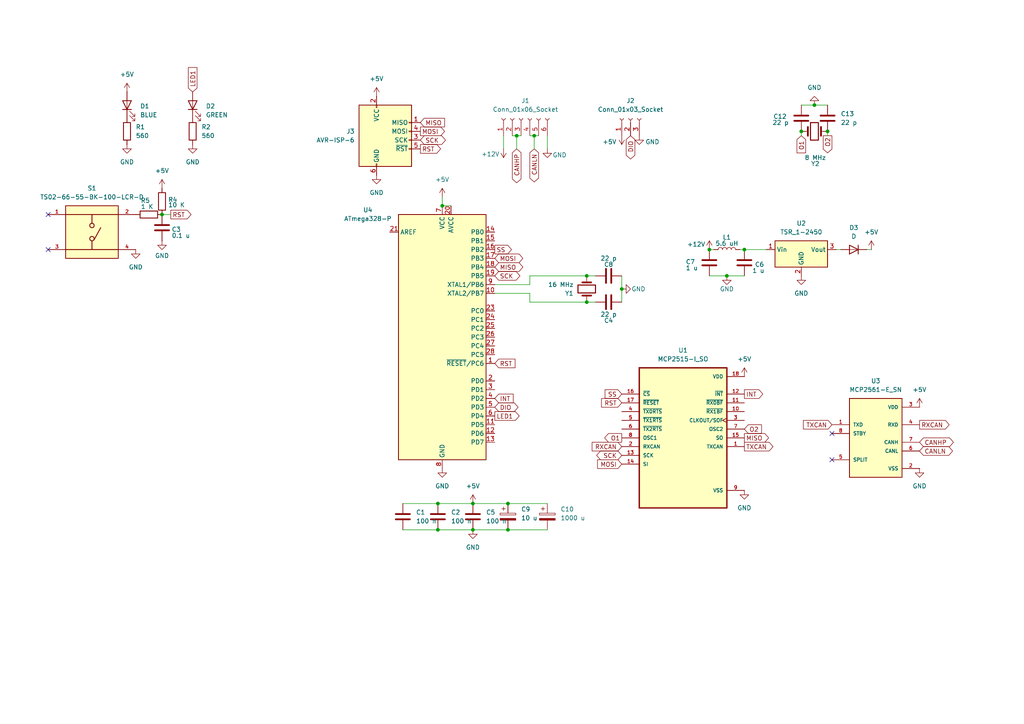
<source format=kicad_sch>
(kicad_sch (version 20250114) (generator "eeschema") (generator_version "9.0")
  (paper "A4")
  (lib_symbols
    (symbol "Connector:AVR-ISP-6" (pin_names (offset 1.016))
      (property "Reference" "J" (at -6.35 11.43 0))
      (property "Value" "AVR-ISP-6" (at 0 11.43 0))
      (symbol "AVR-ISP-6_0_1"
        (rectangle (start -2.667 10.16) (end -2.413 9.398))
        (rectangle (start -2.667 -6.858) (end -2.413 -7.62))
        (rectangle (start 7.62 10.16) (end -7.62 -7.62) (stroke (width 0.254)) (fill (type background)))
        (rectangle (start 7.62 5.207) (end 6.858 4.953))
        (rectangle (start 7.62 2.667) (end 6.858 2.413))
        (rectangle (start 7.62 0.127) (end 6.858 -0.127))
        (rectangle (start 7.62 -2.413) (end 6.858 -2.667))
      )
      (symbol "AVR-ISP-6_1_1"
        (pin passive line (at -2.54 12.7 270) (length 2.54) (name "VCC") (number "2"))
        (pin passive line (at -2.54 -10.16 90) (length 2.54) (name "GND") (number "6"))
        (pin passive line (at 10.16 5.08 180) (length 2.54) (name "MISO") (number "1"))
        (pin passive line (at 10.16 2.54 180) (length 2.54) (name "MOSI") (number "4"))
        (pin passive line (at 10.16 0 180) (length 2.54) (name "SCK") (number "3"))
        (pin passive line (at 10.16 -2.54 180) (length 2.54) (name "~{RST}") (number "5"))
      )
    )
    (symbol "Connector:Conn_01x03_Socket" (pin_names (offset 1.016) (hide yes))
      (property "Reference" "J" (at 0 5.08 0))
      (property "Value" "Conn_01x03_Socket" (at 0 -5.08 0))
      (symbol "Conn_01x03_Socket_1_1"
        (polyline (pts (xy -1.27 2.54) (xy -0.508 2.54)) (stroke (width 0.1524)))
        (polyline (pts (xy -1.27 0) (xy -0.508 0)) (stroke (width 0.1524)))
        (polyline (pts (xy -1.27 -2.54) (xy -0.508 -2.54)) (stroke (width 0.1524)))
        (arc (start 0 2.032) (mid -0.5058 2.54) (end 0 3.048) (stroke (width 0.1524)))
        (arc (start 0 -0.508) (mid -0.5058 0) (end 0 0.508) (stroke (width 0.1524)))
        (arc (start 0 -3.048) (mid -0.5058 -2.54) (end 0 -2.032) (stroke (width 0.1524)))
        (pin passive line (at -5.08 2.54 0) (length 3.81) (name "Pin_1") (number "1"))
        (pin passive line (at -5.08 0 0) (length 3.81) (name "Pin_2") (number "2"))
        (pin passive line (at -5.08 -2.54 0) (length 3.81) (name "Pin_3") (number "3"))
      )
    )
    (symbol "Connector:Conn_01x06_Socket" (pin_names (offset 1.016) (hide yes))
      (property "Reference" "J" (at 0 7.62 0))
      (property "Value" "Conn_01x06_Socket" (at 0 -10.16 0))
      (symbol "Conn_01x06_Socket_1_1"
        (polyline (pts (xy -1.27 5.08) (xy -0.508 5.08)) (stroke (width 0.1524)))
        (polyline (pts (xy -1.27 2.54) (xy -0.508 2.54)) (stroke (width 0.1524)))
        (polyline (pts (xy -1.27 0) (xy -0.508 0)) (stroke (width 0.1524)))
        (polyline (pts (xy -1.27 -2.54) (xy -0.508 -2.54)) (stroke (width 0.1524)))
        (polyline (pts (xy -1.27 -5.08) (xy -0.508 -5.08)) (stroke (width 0.1524)))
        (polyline (pts (xy -1.27 -7.62) (xy -0.508 -7.62)) (stroke (width 0.1524)))
        (arc (start 0 4.572) (mid -0.5058 5.08) (end 0 5.588) (stroke (width 0.1524)))
        (arc (start 0 2.032) (mid -0.5058 2.54) (end 0 3.048) (stroke (width 0.1524)))
        (arc (start 0 -0.508) (mid -0.5058 0) (end 0 0.508) (stroke (width 0.1524)))
        (arc (start 0 -3.048) (mid -0.5058 -2.54) (end 0 -2.032) (stroke (width 0.1524)))
        (arc (start 0 -5.588) (mid -0.5058 -5.08) (end 0 -4.572) (stroke (width 0.1524)))
        (arc (start 0 -8.128) (mid -0.5058 -7.62) (end 0 -7.112) (stroke (width 0.1524)))
        (pin passive line (at -5.08 5.08 0) (length 3.81) (name "Pin_1") (number "1"))
        (pin passive line (at -5.08 2.54 0) (length 3.81) (name "Pin_2") (number "2"))
        (pin passive line (at -5.08 0 0) (length 3.81) (name "Pin_3") (number "3"))
        (pin passive line (at -5.08 -2.54 0) (length 3.81) (name "Pin_4") (number "4"))
        (pin passive line (at -5.08 -5.08 0) (length 3.81) (name "Pin_5") (number "5"))
        (pin passive line (at -5.08 -7.62 0) (length 3.81) (name "Pin_6") (number "6"))
      )
    )
    (symbol "Device:C" (pin_numbers (hide yes)) (pin_names (offset 0.254))
      (property "Reference" "C" (at 0.635 2.54 0))
      (property "Value" "C" (at 0.635 -2.54 0))
      (symbol "C_0_1"
        (polyline (pts (xy -2.032 0.762) (xy 2.032 0.762)) (stroke (width 0.508)))
        (polyline (pts (xy -2.032 -0.762) (xy 2.032 -0.762)) (stroke (width 0.508)))
      )
      (symbol "C_1_1"
        (pin passive line (at 0 3.81 270) (length 2.794) (name "~") (number "1"))
        (pin passive line (at 0 -3.81 90) (length 2.794) (name "~") (number "2"))
      )
    )
    (symbol "Device:C_Polarized" (pin_numbers (hide yes)) (pin_names (offset 0.254))
      (property "Reference" "C" (at 0.635 2.54 0))
      (property "Value" "C_Polarized" (at 0.635 -2.54 0))
      (symbol "C_Polarized_0_1"
        (rectangle (start -2.286 0.508) (end 2.286 1.016))
        (polyline (pts (xy -1.778 2.286) (xy -0.762 2.286)))
        (polyline (pts (xy -1.27 2.794) (xy -1.27 1.778)))
        (rectangle (start 2.286 -0.508) (end -2.286 -1.016) (fill (type outline)))
      )
      (symbol "C_Polarized_1_1"
        (pin passive line (at 0 3.81 270) (length 2.794) (name "~") (number "1"))
        (pin passive line (at 0 -3.81 90) (length 2.794) (name "~") (number "2"))
      )
    )
    (symbol "Device:Crystal" (pin_numbers (hide yes)) (pin_names (offset 1.016) (hide yes))
      (property "Reference" "Y" (at 0 3.81 0))
      (property "Value" "Crystal" (at 0 -3.81 0))
      (symbol "Crystal_0_1"
        (polyline (pts (xy -2.54 0) (xy -1.905 0)))
        (polyline (pts (xy -1.905 -1.27) (xy -1.905 1.27)) (stroke (width 0.508)))
        (rectangle (start -1.143 2.54) (end 1.143 -2.54) (stroke (width 0.3048)))
        (polyline (pts (xy 1.905 -1.27) (xy 1.905 1.27)) (stroke (width 0.508)))
        (polyline (pts (xy 2.54 0) (xy 1.905 0)))
      )
      (symbol "Crystal_1_1"
        (pin passive line (at -3.81 0 0) (length 1.27) (name "1") (number "1"))
        (pin passive line (at 3.81 0 180) (length 1.27) (name "2") (number "2"))
      )
    )
    (symbol "Device:D" (pin_numbers (hide yes)) (pin_names (offset 1.016) (hide yes))
      (property "Reference" "D" (at 0 2.54 0))
      (property "Value" "D" (at 0 -2.54 0))
      (symbol "D_0_1"
        (polyline (pts (xy -1.27 1.27) (xy -1.27 -1.27)) (stroke (width 0.254)))
        (polyline (pts (xy 1.27 1.27) (xy 1.27 -1.27) (xy -1.27 0) (xy 1.27 1.27)) (stroke (width 0.254)))
        (polyline (pts (xy 1.27 0) (xy -1.27 0)))
      )
      (symbol "D_1_1"
        (pin passive line (at -3.81 0 0) (length 2.54) (name "K") (number "1"))
        (pin passive line (at 3.81 0 180) (length 2.54) (name "A") (number "2"))
      )
    )
    (symbol "Device:L" (pin_numbers (hide yes)) (pin_names (offset 1.016) (hide yes))
      (property "Reference" "L" (at -1.27 0 90))
      (property "Value" "L" (at 1.905 0 90))
      (symbol "L_0_1"
        (arc (start 0 2.54) (mid 0.6323 1.905) (end 0 1.27))
        (arc (start 0 1.27) (mid 0.6323 0.635) (end 0 0))
        (arc (start 0 0) (mid 0.6323 -0.635) (end 0 -1.27))
        (arc (start 0 -1.27) (mid 0.6323 -1.905) (end 0 -2.54))
      )
      (symbol "L_1_1"
        (pin passive line (at 0 3.81 270) (length 1.27) (name "1") (number "1"))
        (pin passive line (at 0 -3.81 90) (length 1.27) (name "2") (number "2"))
      )
    )
    (symbol "Device:LED" (pin_numbers (hide yes)) (pin_names (offset 1.016) (hide yes))
      (property "Reference" "D" (at 0 2.54 0))
      (property "Value" "LED" (at 0 -2.54 0))
      (symbol "LED_0_1"
        (polyline (pts (xy -3.048 -0.762) (xy -4.572 -2.286) (xy -3.81 -2.286) (xy -4.572 -2.286) (xy -4.572 -1.524)))
        (polyline (pts (xy -1.778 -0.762) (xy -3.302 -2.286) (xy -2.54 -2.286) (xy -3.302 -2.286) (xy -3.302 -1.524)))
        (polyline (pts (xy -1.27 0) (xy 1.27 0)))
        (polyline (pts (xy -1.27 -1.27) (xy -1.27 1.27)) (stroke (width 0.254)))
        (polyline (pts (xy 1.27 -1.27) (xy 1.27 1.27) (xy -1.27 0) (xy 1.27 -1.27)) (stroke (width 0.254)))
      )
      (symbol "LED_1_1"
        (pin passive line (at -3.81 0 0) (length 2.54) (name "K") (number "1"))
        (pin passive line (at 3.81 0 180) (length 2.54) (name "A") (number "2"))
      )
    )
    (symbol "Device:R" (pin_numbers (hide yes)) (pin_names (offset 0))
      (property "Reference" "R" (at 2.032 0 90))
      (property "Value" "R" (at 0 0 90))
      (symbol "R_0_1"
        (rectangle (start -1.016 -2.54) (end 1.016 2.54) (stroke (width 0.254)))
      )
      (symbol "R_1_1"
        (pin passive line (at 0 3.81 270) (length 1.27) (name "~") (number "1"))
        (pin passive line (at 0 -3.81 90) (length 1.27) (name "~") (number "2"))
      )
    )
    (symbol "MCP2515-I_SO:MCP2515-I_SO" (pin_names (offset 1.016))
      (property "Reference" "U" (at -12.7 21.32 0))
      (property "Value" "MCP2515-I_SO" (at -12.7 -24.32 0))
      (symbol "MCP2515-I_SO_0_0"
        (rectangle (start -12.7 -20.32) (end 12.7 20.32) (stroke (width 0.41)) (fill (type background)))
        (pin input line (at -17.78 12.7 0) (length 5.08) (name "~{CS}") (number "16"))
        (pin input line (at -17.78 10.16 0) (length 5.08) (name "~{RESET}") (number "17"))
        (pin input line (at -17.78 7.62 0) (length 5.08) (name "~{TX0RTS}") (number "4"))
        (pin input line (at -17.78 5.08 0) (length 5.08) (name "~{TX1RTS}") (number "5"))
        (pin input line (at -17.78 2.54 0) (length 5.08) (name "~{TX2RTS}") (number "6"))
        (pin input line (at -17.78 0 0) (length 5.08) (name "OSC1") (number "8"))
        (pin input line (at -17.78 -2.54 0) (length 5.08) (name "RXCAN") (number "2"))
        (pin input line (at -17.78 -5.08 0) (length 5.08) (name "SCK") (number "13"))
        (pin input line (at -17.78 -7.62 0) (length 5.08) (name "SI") (number "14"))
        (pin power_in line (at 17.78 17.78 180) (length 5.08) (name "VDD") (number "18"))
        (pin output line (at 17.78 12.7 180) (length 5.08) (name "~{INT}") (number "12"))
        (pin output line (at 17.78 10.16 180) (length 5.08) (name "~{RX0BF}") (number "11"))
        (pin output line (at 17.78 7.62 180) (length 5.08) (name "~{RX1BF}") (number "10"))
        (pin output clock (at 17.78 5.08 180) (length 5.08) (name "CLKOUT/SOF") (number "3"))
        (pin output line (at 17.78 2.54 180) (length 5.08) (name "OSC2") (number "7"))
        (pin output line (at 17.78 0 180) (length 5.08) (name "SO") (number "15"))
        (pin output line (at 17.78 -2.54 180) (length 5.08) (name "TXCAN") (number "1"))
        (pin power_in line (at 17.78 -15.24 180) (length 5.08) (name "VSS") (number "9"))
      )
    )
    (symbol "MCP2561-E_SN:MCP2561-E_SN" (pin_names (offset 1.016))
      (property "Reference" "U" (at -7.6344 12.724 0))
      (property "Value" "MCP2561-E_SN" (at -7.6271 -12.7119 0))
      (symbol "MCP2561-E_SN_0_0"
        (rectangle (start -7.62 -10.16) (end 7.62 12.7) (stroke (width 0.254)) (fill (type background)))
        (pin input line (at -12.7 5.08 0) (length 5.08) (name "TXD") (number "1"))
        (pin input line (at -12.7 2.54 0) (length 5.08) (name "STBY") (number "8"))
        (pin passive line (at -12.7 -5.08 0) (length 5.08) (name "SPLIT") (number "5"))
        (pin power_in line (at 12.7 10.16 180) (length 5.08) (name "VDD") (number "3"))
        (pin output line (at 12.7 5.08 180) (length 5.08) (name "RXD") (number "4"))
        (pin bidirectional line (at 12.7 0 180) (length 5.08) (name "CANH") (number "7"))
        (pin bidirectional line (at 12.7 -2.54 180) (length 5.08) (name "CANL") (number "6"))
        (pin power_in line (at 12.7 -7.62 180) (length 5.08) (name "VSS") (number "2"))
      )
    )
    (symbol "MCU_Microchip_ATmega:ATmega328-P"
      (property "Reference" "U" (at -12.7 36.83 0))
      (property "Value" "ATmega328-P" (at 2.54 -36.83 0))
      (symbol "ATmega328-P_0_1"
        (rectangle (start -12.7 -35.56) (end 12.7 35.56) (stroke (width 0.254)) (fill (type background)))
      )
      (symbol "ATmega328-P_1_1"
        (pin passive line (at -15.24 30.48 0) (length 2.54) (name "AREF") (number "21"))
        (pin power_in line (at 0 38.1 270) (length 2.54) (name "VCC") (number "7"))
        (pin passive line (at 0 -38.1 90) (length 2.54) (hide yes) (name "GND") (number "22"))
        (pin power_in line (at 0 -38.1 90) (length 2.54) (name "GND") (number "8"))
        (pin power_in line (at 2.54 38.1 270) (length 2.54) (name "AVCC") (number "20"))
        (pin bidirectional line (at 15.24 30.48 180) (length 2.54) (name "PB0") (number "14"))
        (pin bidirectional line (at 15.24 27.94 180) (length 2.54) (name "PB1") (number "15"))
        (pin bidirectional line (at 15.24 25.4 180) (length 2.54) (name "PB2") (number "16"))
        (pin bidirectional line (at 15.24 22.86 180) (length 2.54) (name "PB3") (number "17"))
        (pin bidirectional line (at 15.24 20.32 180) (length 2.54) (name "PB4") (number "18"))
        (pin bidirectional line (at 15.24 17.78 180) (length 2.54) (name "PB5") (number "19"))
        (pin bidirectional line (at 15.24 15.24 180) (length 2.54) (name "XTAL1/PB6") (number "9"))
        (pin bidirectional line (at 15.24 12.7 180) (length 2.54) (name "XTAL2/PB7") (number "10"))
        (pin bidirectional line (at 15.24 7.62 180) (length 2.54) (name "PC0") (number "23"))
        (pin bidirectional line (at 15.24 5.08 180) (length 2.54) (name "PC1") (number "24"))
        (pin bidirectional line (at 15.24 2.54 180) (length 2.54) (name "PC2") (number "25"))
        (pin bidirectional line (at 15.24 0 180) (length 2.54) (name "PC3") (number "26"))
        (pin bidirectional line (at 15.24 -2.54 180) (length 2.54) (name "PC4") (number "27"))
        (pin bidirectional line (at 15.24 -5.08 180) (length 2.54) (name "PC5") (number "28"))
        (pin bidirectional line (at 15.24 -7.62 180) (length 2.54) (name "~{RESET}/PC6") (number "1"))
        (pin bidirectional line (at 15.24 -12.7 180) (length 2.54) (name "PD0") (number "2"))
        (pin bidirectional line (at 15.24 -15.24 180) (length 2.54) (name "PD1") (number "3"))
        (pin bidirectional line (at 15.24 -17.78 180) (length 2.54) (name "PD2") (number "4"))
        (pin bidirectional line (at 15.24 -20.32 180) (length 2.54) (name "PD3") (number "5"))
        (pin bidirectional line (at 15.24 -22.86 180) (length 2.54) (name "PD4") (number "6"))
        (pin bidirectional line (at 15.24 -25.4 180) (length 2.54) (name "PD5") (number "11"))
        (pin bidirectional line (at 15.24 -27.94 180) (length 2.54) (name "PD6") (number "12"))
        (pin bidirectional line (at 15.24 -30.48 180) (length 2.54) (name "PD7") (number "13"))
      )
    )
    (symbol "Regulator_Switching:TSR_1-2450"
      (property "Reference" "U" (at -7.62 6.35 0))
      (property "Value" "TSR_1-2450" (at -1.27 6.35 0))
      (symbol "TSR_1-2450_0_1"
        (rectangle (start -7.62 5.08) (end 7.62 -2.54) (stroke (width 0.254)) (fill (type background)))
      )
      (symbol "TSR_1-2450_1_1"
        (pin power_in line (at -10.16 2.54 0) (length 2.54) (name "Vin") (number "1"))
        (pin power_in line (at 0 -5.08 90) (length 2.54) (name "GND") (number "2"))
        (pin power_out line (at 10.16 2.54 180) (length 2.54) (name "Vout") (number "3"))
      )
    )
    (symbol "TS02-66-55-BK-100-LCR-D:TS02-66-55-BK-100-LCR-D" (pin_names (offset 1.016))
      (property "Reference" "S" (at -7.62 8.382 0))
      (property "Value" "TS02-66-55-BK-100-LCR-D" (at -7.62 -8.382 0))
      (symbol "TS02-66-55-BK-100-LCR-D_0_0"
        (rectangle (start -7.62 -7.62) (end 7.62 7.62) (stroke (width 0.254)) (fill (type background)))
        (polyline (pts (xy 0 5.08) (xy 0 2.54)) (stroke (width 0.254)))
        (circle (center 0 1.905) (radius 0.635) (stroke (width 0.254)))
        (circle (center 0 -1.905) (radius 0.635) (stroke (width 0.254)))
        (polyline (pts (xy 0 -2.54) (xy 0 -5.08)) (stroke (width 0.254)))
        (polyline (pts (xy 0.635 -2.2225) (xy 2.54 1.27)) (stroke (width 0.254)))
        (polyline (pts (xy 7.62 5.08) (xy -7.62 5.08)) (stroke (width 0.254)))
        (polyline (pts (xy 7.62 -5.08) (xy -7.62 -5.08)) (stroke (width 0.254)))
        (pin passive line (at -12.7 5.08 0) (length 5.08) (name "~") (number "1"))
        (pin passive line (at -12.7 -5.08 0) (length 5.08) (name "~") (number "3"))
        (pin passive line (at 12.7 5.08 180) (length 5.08) (name "~") (number "2"))
        (pin passive line (at 12.7 -5.08 180) (length 5.08) (name "~") (number "4"))
      )
    )
    (symbol "power:+12V" (power) (pin_numbers (hide yes)) (pin_names (offset 0) (hide yes))
      (property "Value" "+12V" (at 0 3.556 0))
      (symbol "+12V_0_1"
        (polyline (pts (xy -0.762 1.27) (xy 0 2.54)))
        (polyline (pts (xy 0 2.54) (xy 0.762 1.27)))
        (polyline (pts (xy 0 0) (xy 0 2.54)))
      )
      (symbol "+12V_1_1"
        (pin power_in line (at 0 0 90) (length 0) (name "~") (number "1"))
      )
    )
    (symbol "power:+5V" (power) (pin_numbers (hide yes)) (pin_names (offset 0) (hide yes))
      (property "Value" "+5V" (at 0 3.556 0))
      (symbol "+5V_0_1"
        (polyline (pts (xy -0.762 1.27) (xy 0 2.54)))
        (polyline (pts (xy 0 2.54) (xy 0.762 1.27)))
        (polyline (pts (xy 0 0) (xy 0 2.54)))
      )
      (symbol "+5V_1_1"
        (pin power_in line (at 0 0 90) (length 0) (name "~") (number "1"))
      )
    )
    (symbol "power:GND" (power) (pin_numbers (hide yes)) (pin_names (offset 0) (hide yes))
      (property "Value" "GND" (at 0 -3.81 0))
      (symbol "GND_0_1"
        (polyline (pts (xy 0 0) (xy 0 -1.27) (xy 1.27 -1.27) (xy 0 -2.54) (xy -1.27 -1.27) (xy 0 -1.27)))
      )
      (symbol "GND_1_1"
        (pin power_in line (at 0 0 270) (length 0) (name "~") (number "1"))
      )
    )
  )
  (junction (at 127 153.67))
  (junction (at 170.18 87.63))
  (junction (at 232.41 38.1))
  (junction (at 137.16 153.67))
  (junction (at 205.74 72.39))
  (junction (at 46.99 62.23))
  (junction (at 128.27 59.69))
  (junction (at 147.32 153.67))
  (junction (at 210.82 80.01))
  (junction (at 154.94 39.37))
  (junction (at 170.18 80.01))
  (junction (at 240.03 38.1))
  (junction (at 149.86 39.37))
  (junction (at 236.22 30.48))
  (junction (at 180.34 83.82))
  (junction (at 147.32 146.05))
  (junction (at 215.9 72.39))
  (junction (at 137.16 146.05))
  (junction (at 127 146.05))
  (no_connect (at 13.97 72.39))
  (no_connect (at 241.3 133.35))
  (no_connect (at 241.3 125.73))
  (no_connect (at 13.97 62.23))
  (wire (pts (xy 153.67 82.55) (xy 153.67 80.01)))
  (wire (pts (xy 147.32 146.05) (xy 158.75 146.05)))
  (wire (pts (xy 170.18 87.63) (xy 172.72 87.63)))
  (wire (pts (xy 128.27 59.69) (xy 130.81 59.69)))
  (wire (pts (xy 236.22 30.48) (xy 240.03 30.48)))
  (wire (pts (xy 116.84 153.67) (xy 127 153.67)))
  (wire (pts (xy 146.05 39.37) (xy 146.05 43.18)))
  (wire (pts (xy 170.18 80.01) (xy 172.72 80.01)))
  (wire (pts (xy 205.74 80.01) (xy 210.82 80.01)))
  (wire (pts (xy 240.03 39.37) (xy 240.03 38.1)))
  (wire (pts (xy 210.82 80.01) (xy 215.9 80.01)))
  (wire (pts (xy 143.51 82.55) (xy 153.67 82.55)))
  (wire (pts (xy 180.34 83.82) (xy 180.34 80.01)))
  (wire (pts (xy 214.63 72.39) (xy 215.9 72.39)))
  (wire (pts (xy 147.32 153.67) (xy 158.75 153.67)))
  (wire (pts (xy 215.9 72.39) (xy 222.25 72.39)))
  (wire (pts (xy 148.59 39.37) (xy 149.86 39.37)))
  (wire (pts (xy 46.99 62.23) (xy 49.53 62.23)))
  (wire (pts (xy 158.75 39.37) (xy 158.75 43.18)))
  (wire (pts (xy 127 153.67) (xy 137.16 153.67)))
  (wire (pts (xy 232.41 30.48) (xy 236.22 30.48)))
  (wire (pts (xy 149.86 39.37) (xy 149.86 43.18)))
  (wire (pts (xy 137.16 153.67) (xy 147.32 153.67)))
  (wire (pts (xy 154.94 39.37) (xy 154.94 43.18)))
  (wire (pts (xy 232.41 39.37) (xy 232.41 38.1)))
  (wire (pts (xy 205.74 72.39) (xy 207.01 72.39)))
  (wire (pts (xy 153.67 85.09) (xy 143.51 85.09)))
  (wire (pts (xy 252.73 72.39) (xy 251.46 72.39)))
  (wire (pts (xy 180.34 87.63) (xy 180.34 83.82)))
  (wire (pts (xy 137.16 146.05) (xy 147.32 146.05)))
  (wire (pts (xy 154.94 39.37) (xy 156.21 39.37)))
  (wire (pts (xy 149.86 39.37) (xy 151.13 39.37)))
  (wire (pts (xy 170.18 87.63) (xy 153.67 87.63)))
  (wire (pts (xy 128.27 57.15) (xy 128.27 59.69)))
  (wire (pts (xy 116.84 146.05) (xy 127 146.05)))
  (wire (pts (xy 153.67 39.37) (xy 154.94 39.37)))
  (wire (pts (xy 153.67 87.63) (xy 153.67 85.09)))
  (wire (pts (xy 127 146.05) (xy 137.16 146.05)))
  (wire (pts (xy 170.18 80.01) (xy 153.67 80.01)))
  (wire (pts (xy 242.57 72.39) (xy 243.84 72.39)))
  (global_label "MOSI" (shape bidirectional) (at 143.51 74.93 0) (property "Intersheetrefs" "${INTERSHEET_REFS}" (effects (hide yes))))
  (global_label "INT" (shape output) (at 215.9 114.3 0) (property "Intersheetrefs" "${INTERSHEET_REFS}" (effects (hide yes))))
  (global_label "DIO" (shape bidirectional) (at 182.88 39.37 270) (property "Intersheetrefs" "${INTERSHEET_REFS}" (effects (hide yes))))
  (global_label "O1" (shape output) (at 180.34 127 180) (property "Intersheetrefs" "${INTERSHEET_REFS}" (effects (hide yes))))
  (global_label "RST" (shape input) (at 180.34 116.84 180) (property "Intersheetrefs" "${INTERSHEET_REFS}" (effects (hide yes))))
  (global_label "MOSI" (shape input) (at 180.34 134.62 180) (property "Intersheetrefs" "${INTERSHEET_REFS}" (effects (hide yes))))
  (global_label "O2" (shape input) (at 215.9 124.46 0) (property "Intersheetrefs" "${INTERSHEET_REFS}" (effects (hide yes))))
  (global_label "LED1" (shape output) (at 143.51 120.65 0) (property "Intersheetrefs" "${INTERSHEET_REFS}" (effects (hide yes))))
  (global_label "SCK" (shape bidirectional) (at 143.51 80.01 0) (property "Intersheetrefs" "${INTERSHEET_REFS}" (effects (hide yes))))
  (global_label "SS" (shape output) (at 143.51 72.39 0) (property "Intersheetrefs" "${INTERSHEET_REFS}" (effects (hide yes))))
  (global_label "RST" (shape input) (at 143.51 105.41 0) (property "Intersheetrefs" "${INTERSHEET_REFS}" (effects (hide yes))))
  (global_label "O1" (shape input) (at 232.41 39.37 270) (property "Intersheetrefs" "${INTERSHEET_REFS}" (effects (hide yes))))
  (global_label "CANHP" (shape bidirectional) (at 149.86 43.18 270) (property "Intersheetrefs" "${INTERSHEET_REFS}" (effects (hide yes))))
  (global_label "DIO" (shape bidirectional) (at 143.51 118.11 0) (property "Intersheetrefs" "${INTERSHEET_REFS}" (effects (hide yes))))
  (global_label "SCK" (shape bidirectional) (at 121.92 40.64 0) (property "Intersheetrefs" "${INTERSHEET_REFS}" (effects (hide yes))))
  (global_label "INT" (shape input) (at 143.51 115.57 0) (property "Intersheetrefs" "${INTERSHEET_REFS}" (effects (hide yes))))
  (global_label "MOSI" (shape output) (at 121.92 38.1 0) (property "Intersheetrefs" "${INTERSHEET_REFS}" (effects (hide yes))))
  (global_label "RST" (shape output) (at 49.53 62.23 0) (property "Intersheetrefs" "${INTERSHEET_REFS}" (effects (hide yes))))
  (global_label "MISO" (shape bidirectional) (at 143.51 77.47 0) (property "Intersheetrefs" "${INTERSHEET_REFS}" (effects (hide yes))))
  (global_label "MISO" (shape input) (at 121.92 35.56 0) (property "Intersheetrefs" "${INTERSHEET_REFS}" (effects (hide yes))))
  (global_label "CANLN" (shape bidirectional) (at 266.7 130.81 0) (property "Intersheetrefs" "${INTERSHEET_REFS}" (effects (hide yes))))
  (global_label "TXCAN" (shape output) (at 215.9 129.54 0) (property "Intersheetrefs" "${INTERSHEET_REFS}" (effects (hide yes))))
  (global_label "CANHP" (shape bidirectional) (at 266.7 128.27 0) (property "Intersheetrefs" "${INTERSHEET_REFS}" (effects (hide yes))))
  (global_label "O2" (shape output) (at 240.03 39.37 270) (property "Intersheetrefs" "${INTERSHEET_REFS}" (effects (hide yes))))
  (global_label "TXCAN" (shape input) (at 241.3 123.19 180) (property "Intersheetrefs" "${INTERSHEET_REFS}" (effects (hide yes))))
  (global_label "LED1" (shape input) (at 55.88 26.67 90) (property "Intersheetrefs" "${INTERSHEET_REFS}" (effects (hide yes))))
  (global_label "RXCAN" (shape output) (at 266.7 123.19 0) (property "Intersheetrefs" "${INTERSHEET_REFS}" (effects (hide yes))))
  (global_label "SCK" (shape bidirectional) (at 180.34 132.08 180) (property "Intersheetrefs" "${INTERSHEET_REFS}" (effects (hide yes))))
  (global_label "RXCAN" (shape input) (at 180.34 129.54 180) (property "Intersheetrefs" "${INTERSHEET_REFS}" (effects (hide yes))))
  (global_label "CANLN" (shape bidirectional) (at 154.94 43.18 270) (property "Intersheetrefs" "${INTERSHEET_REFS}" (effects (hide yes))))
  (global_label "SS" (shape input) (at 180.34 114.3 180) (property "Intersheetrefs" "${INTERSHEET_REFS}" (effects (hide yes))))
  (global_label "RST" (shape output) (at 121.92 43.18 0) (property "Intersheetrefs" "${INTERSHEET_REFS}" (effects (hide yes))))
  (global_label "MISO" (shape output) (at 215.9 127 0) (property "Intersheetrefs" "${INTERSHEET_REFS}" (effects (hide yes))))
  (symbol (lib_id "Device:R") (at 43.18 62.23 90) (unit 1)
    (property "Reference" "R5" (at 42.164 58.166 90))
    (property "Value" "1 K" (at 42.672 59.944 90))
    (property "Footprint" "Resistor_THT:R_Axial_DIN0207_L6.3mm_D2.5mm_P10.16mm_Horizontal" (effects (hide yes)))
    (property "Description" "Resistor" (effects (hide yes)))
  )
  (symbol (lib_id "TS02-66-55-BK-100-LCR-D:TS02-66-55-BK-100-LCR-D") (at 26.67 67.31 0) (unit 1)
    (property "Reference" "S1" (at 26.67 54.61 0))
    (property "Value" "TS02-66-55-BK-100-LCR-D" (at 26.67 57.15 0))
    (property "Footprint" "TS02_66_55_BK_100_LCR_D:SW_TS02-66-55-BK-100-LCR-D" (effects (hide yes)))
    (property "PARTREV" "1.0" (effects (hide yes)))
    (property "MANUFACTURER" "CUI Devices" (effects (hide yes)))
    (property "STANDARD" "Manufacturer Recommendations" (effects (hide yes)))
  )
  (symbol (lib_id "Device:C_Polarized") (at 147.32 149.86 0) (unit 1)
    (property "Reference" "C9" (at 151.13 147.7009 0) (effects (justify left)))
    (property "Value" "10 u" (at 151.13 150.2409 0) (effects (justify left)))
    (property "Footprint" "Capacitor_THT:CP_Radial_D5.0mm_P2.50mm" (effects (hide yes)))
    (property "Description" "Polarized capacitor" (effects (hide yes)))
  )
  (symbol (lib_id "Connector:Conn_01x03_Socket") (at 182.88 34.29 90) (unit 1)
    (property "Reference" "J2" (at 182.88 29.21 90))
    (property "Value" "Conn_01x03_Socket" (at 182.88 31.75 90))
    (property "Footprint" "Connector_Wire:SolderWire-0.1sqmm_1x03_P3.6mm_D0.4mm_OD1mm" (effects (hide yes)))
    (property "Description" "Generic connector, single row, 01x03, script generated" (effects (hide yes)))
  )
  (symbol (lib_id "power:GND") (at 266.7 135.89 0) (unit 1)
    (property "Reference" "#PWR02" (effects (hide yes)))
    (property "Value" "GND" (at 266.7 140.97 0))
    (property "Description" "Power symbol creates a global label with name \"GND\" , ground" (effects (hide yes)))
  )
  (symbol (lib_id "power:+5V") (at 266.7 118.11 0) (unit 1)
    (property "Reference" "#PWR01" (effects (hide yes)))
    (property "Value" "+5V" (at 266.7 113.03 0))
    (property "Description" "Power symbol creates a global label with name \"+5V\"" (effects (hide yes)))
  )
  (symbol (lib_id "Device:Crystal") (at 236.22 38.1 0) (unit 1)
    (property "Reference" "Y2" (at 236.474 47.498 0))
    (property "Value" "8 MHz" (at 236.474 45.72 0))
    (property "Footprint" "ABL-16.000MHZ-B2:XTAL_HC49P488W46L1150T500H350" (effects (hide yes)))
    (property "Description" "Two pin crystal" (effects (hide yes)))
  )
  (symbol (lib_id "power:GND") (at 46.99 69.85 0) (unit 1)
    (property "Reference" "#PWR09" (effects (hide yes)))
    (property "Value" "GND" (at 46.99 74.168 0))
    (property "Description" "Power symbol creates a global label with name \"GND\" , ground" (effects (hide yes)))
  )
  (symbol (lib_id "power:+5V") (at 137.16 146.05 0) (unit 1)
    (property "Reference" "#PWR05" (effects (hide yes)))
    (property "Value" "+5V" (at 137.16 140.97 0))
    (property "Description" "Power symbol creates a global label with name \"+5V\"" (effects (hide yes)))
  )
  (symbol (lib_id "Device:D") (at 247.65 72.39 180) (unit 1)
    (property "Reference" "D3" (at 247.65 66.04 0))
    (property "Value" "D" (at 247.65 68.58 0))
    (property "Footprint" "Diode_THT:D_DO-35_SOD27_P10.16mm_Horizontal" (effects (hide yes)))
    (property "Description" "Diode" (effects (hide yes)))
    (property "Sim.Device" "D" (effects (hide yes)))
    (property "Sim.Pins" "1=K 2=A" (effects (hide yes)))
  )
  (symbol (lib_id "Regulator_Switching:TSR_1-2450") (at 232.41 74.93 0) (unit 1)
    (property "Reference" "U2" (at 232.41 64.77 0))
    (property "Value" "TSR_1-2450" (at 232.41 67.31 0))
    (property "Footprint" "Converter_DCDC:Converter_DCDC_TRACO_TSR-1_THT" (effects (hide yes)))
    (property "Datasheet" "http://www.tracopower.com/products/tsr1.pdf" (effects (hide yes)))
    (property "Description" "1A step-down regulator module, fixed 5V output voltage, 5-36V input voltage, -40°C to +85°C temperature range, TO-220 compatible LM78xx replacement" (effects (hide yes)))
  )
  (symbol (lib_id "power:GND") (at 185.42 39.37 0) (unit 1)
    (property "Reference" "#PWR018" (effects (hide yes)))
    (property "Value" "GND" (at 189.23 41.148 0))
    (property "Description" "Power symbol creates a global label with name \"GND\" , ground" (effects (hide yes)))
  )
  (symbol (lib_id "Device:R") (at 36.83 38.1 0) (unit 1)
    (property "Reference" "R1" (at 39.37 36.8299 0) (effects (justify left)))
    (property "Value" "560" (at 39.37 39.3699 0) (effects (justify left)))
    (property "Footprint" "Resistor_THT:R_Axial_DIN0207_L6.3mm_D2.5mm_P10.16mm_Horizontal" (effects (hide yes)))
    (property "Description" "Resistor" (effects (hide yes)))
  )
  (symbol (lib_id "power:+5V") (at 46.99 54.61 0) (unit 1)
    (property "Reference" "#PWR010" (effects (hide yes)))
    (property "Value" "+5V" (at 46.99 49.53 0))
    (property "Description" "Power symbol creates a global label with name \"+5V\"" (effects (hide yes)))
  )
  (symbol (lib_id "power:GND") (at 39.37 72.39 0) (unit 1)
    (property "Reference" "#PWR08" (effects (hide yes)))
    (property "Value" "GND" (at 39.37 77.47 0))
    (property "Description" "Power symbol creates a global label with name \"GND\" , ground" (effects (hide yes)))
  )
  (symbol (lib_id "MCP2515-I_SO:MCP2515-I_SO") (at 198.12 127 0) (unit 1)
    (property "Reference" "U1" (at 198.12 101.6 0))
    (property "Value" "MCP2515-I_SO" (at 198.12 104.14 0))
    (property "Footprint" "Package_DIP:DIP-18_W7.62mm_LongPads" (effects (hide yes)))
  )
  (symbol (lib_id "power:+5V") (at 252.73 72.39 0) (unit 1)
    (property "Reference" "#PWR015" (effects (hide yes)))
    (property "Value" "+5V" (at 252.73 67.31 0))
    (property "Description" "Power symbol creates a global label with name \"+5V\"" (effects (hide yes)))
  )
  (symbol (lib_id "Device:C_Polarized") (at 158.75 149.86 0) (unit 1)
    (property "Reference" "C10" (at 162.56 147.7009 0) (effects (justify left)))
    (property "Value" "1000 u" (at 162.56 150.2409 0) (effects (justify left)))
    (property "Footprint" "Capacitor_THT:CP_Radial_D12.5mm_P5.00mm" (effects (hide yes)))
    (property "Description" "Polarized capacitor" (effects (hide yes)))
  )
  (symbol (lib_id "power:GND") (at 36.83 41.91 0) (unit 1)
    (property "Reference" "#PWR021" (effects (hide yes)))
    (property "Value" "GND" (at 36.83 46.99 0))
    (property "Description" "Power symbol creates a global label with name \"GND\" , ground" (effects (hide yes)))
  )
  (symbol (lib_id "power:GND") (at 137.16 153.67 0) (unit 1)
    (property "Reference" "#PWR06" (effects (hide yes)))
    (property "Value" "GND" (at 137.16 158.75 0))
    (property "Description" "Power symbol creates a global label with name \"GND\" , ground" (effects (hide yes)))
  )
  (symbol (lib_id "power:GND") (at 158.75 43.18 0) (unit 1)
    (property "Reference" "#PWR017" (effects (hide yes)))
    (property "Value" "GND" (at 162.306 44.958 0))
    (property "Description" "Power symbol creates a global label with name \"GND\" , ground" (effects (hide yes)))
  )
  (symbol (lib_id "power:GND") (at 128.27 135.89 0) (unit 1)
    (property "Reference" "#PWR03" (effects (hide yes)))
    (property "Value" "GND" (at 128.27 140.97 0))
    (property "Description" "Power symbol creates a global label with name \"GND\" , ground" (effects (hide yes)))
  )
  (symbol (lib_id "Device:R") (at 46.99 58.42 0) (unit 1)
    (property "Reference" "R4" (at 48.768 57.9121 0) (effects (justify left)))
    (property "Value" "10 K" (at 48.768 59.436 0) (effects (justify left)))
    (property "Footprint" "Resistor_THT:R_Axial_DIN0207_L6.3mm_D2.5mm_P10.16mm_Horizontal" (effects (hide yes)))
    (property "Description" "Resistor" (effects (hide yes)))
  )
  (symbol (lib_id "power:GND") (at 236.22 30.48 180) (unit 1)
    (property "Reference" "#PWR024" (effects (hide yes)))
    (property "Value" "GND" (at 236.22 25.4 0))
    (property "Description" "Power symbol creates a global label with name \"GND\" , ground" (effects (hide yes)))
  )
  (symbol (lib_id "MCU_Microchip_ATmega:ATmega328-P") (at 128.27 97.79 0) (unit 1)
    (property "Reference" "U4" (at 106.68 60.8898 0))
    (property "Value" "ATmega328-P" (at 106.68 63.4298 0))
    (property "Footprint" "Package_DIP:DIP-28_W7.62mm" (effects (hide yes)))
    (property "Datasheet" "http://ww1.microchip.com/downloads/en/DeviceDoc/ATmega328_P%20AVR%20MCU%20with%20picoPower%20Technology%20Data%20Sheet%2040001984A.pdf" (effects (hide yes)))
    (property "Description" "20MHz, 32kB Flash, 2kB SRAM, 1kB EEPROM, DIP-28" (effects (hide yes)))
  )
  (symbol (lib_id "Device:C") (at 116.84 149.86 180) (unit 1)
    (property "Reference" "C1" (at 120.65 148.5899 0) (effects (justify right)))
    (property "Value" "100 n" (at 120.65 151.1299 0) (effects (justify right)))
    (property "Footprint" "footprints:K104K10X7RF5UH5_VIS" (effects (hide yes)))
    (property "Description" "Unpolarized capacitor" (effects (hide yes)))
  )
  (symbol (lib_id "Device:C") (at 240.03 34.29 0) (unit 1)
    (property "Reference" "C13" (at 243.84 33.0199 0) (effects (justify left)))
    (property "Value" "22 p" (at 243.84 35.5599 0) (effects (justify left)))
    (property "Footprint" "Capacitor_THT:C_Disc_D5.0mm_W2.5mm_P5.00mm" (effects (hide yes)))
    (property "Description" "Unpolarized capacitor" (effects (hide yes)))
  )
  (symbol (lib_id "Device:Crystal") (at 170.18 83.82 270) (unit 1)
    (property "Reference" "Y1" (at 166.37 85.0901 90) (effects (justify right)))
    (property "Value" "16 MHz" (at 166.37 82.5501 90) (effects (justify right)))
    (property "Footprint" "ABL-16.000MHZ-B2:XTAL_HC49P488W46L1150T500H350" (effects (hide yes)))
    (property "Description" "Two pin crystal" (effects (hide yes)))
  )
  (symbol (lib_id "Device:C") (at 176.53 80.01 270) (unit 1)
    (property "Reference" "C8" (at 176.53 76.708 90))
    (property "Value" "22 p" (at 176.53 74.93 90))
    (property "Footprint" "Capacitor_THT:C_Disc_D5.0mm_W2.5mm_P5.00mm" (effects (hide yes)))
    (property "Description" "Unpolarized capacitor" (effects (hide yes)))
  )
  (symbol (lib_id "Device:C") (at 137.16 149.86 180) (unit 1)
    (property "Reference" "C5" (at 140.97 148.5899 0) (effects (justify right)))
    (property "Value" "100 n" (at 140.97 151.1299 0) (effects (justify right)))
    (property "Footprint" "footprints:K104K10X7RF5UH5_VIS" (effects (hide yes)))
    (property "Description" "Unpolarized capacitor" (effects (hide yes)))
  )
  (symbol (lib_id "power:+5V") (at 128.27 57.15 0) (unit 1)
    (property "Reference" "#PWR04" (effects (hide yes)))
    (property "Value" "+5V" (at 128.27 52.07 0))
    (property "Description" "Power symbol creates a global label with name \"+5V\"" (effects (hide yes)))
  )
  (symbol (lib_id "power:GND") (at 109.22 50.8 0) (unit 1)
    (property "Reference" "#PWR025" (effects (hide yes)))
    (property "Value" "GND" (at 109.22 55.88 0))
    (property "Description" "Power symbol creates a global label with name \"GND\" , ground" (effects (hide yes)))
  )
  (symbol (lib_id "Device:C") (at 46.99 66.04 0) (unit 1)
    (property "Reference" "C3" (at 49.784 66.548 0) (effects (justify left)))
    (property "Value" "0.1 u" (at 49.784 68.326 0) (effects (justify left)))
    (property "Footprint" "Capacitor_THT:C_Disc_D6.0mm_W2.5mm_P5.00mm" (effects (hide yes)))
    (property "Description" "Unpolarized capacitor" (effects (hide yes)))
  )
  (symbol (lib_id "Device:R") (at 55.88 38.1 0) (unit 1)
    (property "Reference" "R2" (at 58.42 36.8299 0) (effects (justify left)))
    (property "Value" "560" (at 58.42 39.3699 0) (effects (justify left)))
    (property "Footprint" "Resistor_THT:R_Axial_DIN0207_L6.3mm_D2.5mm_P10.16mm_Horizontal" (effects (hide yes)))
    (property "Description" "Resistor" (effects (hide yes)))
  )
  (symbol (lib_id "power:GND") (at 210.82 80.01 0) (unit 1)
    (property "Reference" "#PWR07" (effects (hide yes)))
    (property "Value" "GND" (at 210.82 83.82 0))
    (property "Description" "Power symbol creates a global label with name \"GND\" , ground" (effects (hide yes)))
  )
  (symbol (lib_id "Device:C") (at 205.74 76.2 0) (unit 1)
    (property "Reference" "C7" (at 198.882 75.946 0) (effects (justify left)))
    (property "Value" "1 u" (at 198.882 77.724 0) (effects (justify left)))
    (property "Footprint" "footprints:K104K10X7RF5UH5_VIS" (effects (hide yes)))
    (property "Description" "Unpolarized capacitor" (effects (hide yes)))
  )
  (symbol (lib_id "MCP2561-E_SN:MCP2561-E_SN") (at 254 128.27 0) (unit 1)
    (property "Reference" "U3" (at 254 110.49 0))
    (property "Value" "MCP2561-E_SN" (at 254 113.03 0))
    (property "Footprint" "Package_DIP:DIP-8_W7.62mm_Socket_LongPads" (effects (hide yes)))
    (property "MF" "Microchip" (effects (hide yes)))
    (property "Description_1" "Microchip MCP2561-E/SN,CAN Transceiver 1MBps 1-channel IEC 61000-4-2,8-Pin SOIC | Microchip Technology Inc. MCP2561-E/SN" (effects (hide yes)))
    (property "Package" "SO-8 Microchip" (effects (hide yes)))
    (property "Price" "None" (effects (hide yes)))
    (property "Check_prices" "https://www.snapeda.com/parts/MCP2561-E/SN/Microchip/view-part/?ref=eda" (effects (hide yes)))
    (property "STANDARD" "IPC 7351B" (effects (hide yes)))
    (property "PARTREV" "C" (effects (hide yes)))
    (property "SnapEDA_Link" "https://www.snapeda.com/parts/MCP2561-E/SN/Microchip/view-part/?ref=snap" (effects (hide yes)))
    (property "MP" "MCP2561-E/SN" (effects (hide yes)))
    (property "Availability" "In Stock" (effects (hide yes)))
    (property "MANUFACTURER" "MICROCHIP" (effects (hide yes)))
  )
  (symbol (lib_id "power:+5V") (at 36.83 26.67 0) (unit 1)
    (property "Reference" "#PWR019" (effects (hide yes)))
    (property "Value" "+5V" (at 36.83 21.59 0))
    (property "Description" "Power symbol creates a global label with name \"+5V\"" (effects (hide yes)))
  )
  (symbol (lib_id "power:+5V") (at 109.22 27.94 0) (unit 1)
    (property "Reference" "#PWR026" (effects (hide yes)))
    (property "Value" "+5V" (at 109.22 22.86 0))
    (property "Description" "Power symbol creates a global label with name \"+5V\"" (effects (hide yes)))
  )
  (symbol (lib_id "power:+12V") (at 205.74 72.39 0) (unit 1)
    (property "Reference" "#PWR013" (effects (hide yes)))
    (property "Value" "+12V" (at 201.93 70.866 0))
    (property "Description" "Power symbol creates a global label with name \"+12V\"" (effects (hide yes)))
  )
  (symbol (lib_id "power:+5V") (at 180.34 39.37 180) (unit 1)
    (property "Reference" "#PWR012" (effects (hide yes)))
    (property "Value" "+5V" (at 176.784 41.148 0))
    (property "Description" "Power symbol creates a global label with name \"+5V\"" (effects (hide yes)))
  )
  (symbol (lib_id "Device:L") (at 210.82 72.39 90) (unit 1)
    (property "Reference" "L1" (at 210.82 68.834 90))
    (property "Value" "5.6 uH" (at 210.82 70.612 90))
    (property "Footprint" "Inductor_THT:L_Axial_L5.3mm_D2.2mm_P7.62mm_Horizontal_Vishay_IM-1" (effects (hide yes)))
    (property "Description" "Inductor" (effects (hide yes)))
  )
  (symbol (lib_id "Device:LED") (at 55.88 30.48 90) (unit 1)
    (property "Reference" "D2" (at 59.69 30.7974 90) (effects (justify right)))
    (property "Value" "GREEN" (at 59.69 33.3374 90) (effects (justify right)))
    (property "Footprint" "LED_THT:LED_D4.0mm" (effects (hide yes)))
    (property "Description" "Light emitting diode" (effects (hide yes)))
    (property "Sim.Pins" "1=K 2=A" (effects (hide yes)))
  )
  (symbol (lib_id "power:GND") (at 180.34 83.82 90) (unit 1)
    (property "Reference" "#PWR011" (effects (hide yes)))
    (property "Value" "GND" (at 183.134 83.82 90) (effects (justify right)))
    (property "Description" "Power symbol creates a global label with name \"GND\" , ground" (effects (hide yes)))
  )
  (symbol (lib_id "Device:C") (at 232.41 34.29 0) (unit 1)
    (property "Reference" "C12" (at 224.282 33.782 0) (effects (justify left)))
    (property "Value" "22 p" (at 224.028 35.56 0) (effects (justify left)))
    (property "Footprint" "Capacitor_THT:C_Disc_D5.0mm_W2.5mm_P5.00mm" (effects (hide yes)))
    (property "Description" "Unpolarized capacitor" (effects (hide yes)))
  )
  (symbol (lib_id "Device:C") (at 176.53 87.63 90) (unit 1)
    (property "Reference" "C4" (at 176.53 92.964 90))
    (property "Value" "22 p" (at 176.53 91.186 90))
    (property "Footprint" "Capacitor_THT:C_Disc_D5.0mm_W2.5mm_P5.00mm" (effects (hide yes)))
    (property "Description" "Unpolarized capacitor" (effects (hide yes)))
  )
  (symbol (lib_id "power:GND") (at 215.9 142.24 0) (unit 1)
    (property "Reference" "#PWR022" (effects (hide yes)))
    (property "Value" "GND" (at 215.9 147.32 0))
    (property "Description" "Power symbol creates a global label with name \"GND\" , ground" (effects (hide yes)))
  )
  (symbol (lib_id "Device:C") (at 215.9 76.2 0) (unit 1)
    (property "Reference" "C6" (at 218.948 76.708 0) (effects (justify left)))
    (property "Value" "1 u" (at 218.186 78.486 0) (effects (justify left)))
    (property "Footprint" "footprints:K104K10X7RF5UH5_VIS" (effects (hide yes)))
    (property "Description" "Unpolarized capacitor" (effects (hide yes)))
  )
  (symbol (lib_id "Device:LED") (at 36.83 30.48 90) (unit 1)
    (property "Reference" "D1" (at 40.64 30.7974 90) (effects (justify right)))
    (property "Value" "BLUE" (at 40.64 33.3374 90) (effects (justify right)))
    (property "Footprint" "LED_THT:LED_D4.0mm" (effects (hide yes)))
    (property "Description" "Light emitting diode" (effects (hide yes)))
    (property "Sim.Pins" "1=K 2=A" (effects (hide yes)))
  )
  (symbol (lib_id "Connector:Conn_01x06_Socket") (at 151.13 34.29 90) (unit 1)
    (property "Reference" "J1" (at 152.4 29.21 90))
    (property "Value" "Conn_01x06_Socket" (at 152.4 31.75 90))
    (property "Footprint" "Connector_PinHeader_2.00mm:PinHeader_1x06_P2.00mm_Vertical" (effects (hide yes)))
    (property "Description" "Generic connector, single row, 01x06, script generated" (effects (hide yes)))
  )
  (symbol (lib_id "power:+5V") (at 215.9 109.22 0) (unit 1)
    (property "Reference" "#PWR020" (effects (hide yes)))
    (property "Value" "+5V" (at 215.9 104.14 0))
    (property "Description" "Power symbol creates a global label with name \"+5V\"" (effects (hide yes)))
  )
  (symbol (lib_id "Connector:AVR-ISP-6") (at 111.76 40.64 0) (unit 1)
    (property "Reference" "J3" (at 102.87 38.0999 0) (effects (justify right)))
    (property "Value" "AVR-ISP-6" (at 102.87 40.6399 0) (effects (justify right)))
    (property "Footprint" "Connector_IDC:IDC-Header_2x03_P2.54mm_Vertical" (effects (hide yes)))
    (property "Description" "Atmel 6-pin ISP connector" (effects (hide yes)))
  )
  (symbol (lib_id "Device:C") (at 127 149.86 180) (unit 1)
    (property "Reference" "C2" (at 130.81 148.5899 0) (effects (justify right)))
    (property "Value" "100 n" (at 130.81 151.1299 0) (effects (justify right)))
    (property "Footprint" "footprints:K104K10X7RF5UH5_VIS" (effects (hide yes)))
    (property "Description" "Unpolarized capacitor" (effects (hide yes)))
  )
  (symbol (lib_id "power:GND") (at 55.88 41.91 0) (unit 1)
    (property "Reference" "#PWR027" (effects (hide yes)))
    (property "Value" "GND" (at 55.88 46.99 0))
    (property "Description" "Power symbol creates a global label with name \"GND\" , ground" (effects (hide yes)))
  )
  (symbol (lib_id "power:GND") (at 232.41 80.01 0) (unit 1)
    (property "Reference" "#PWR014" (effects (hide yes)))
    (property "Value" "GND" (at 232.41 85.09 0))
    (property "Description" "Power symbol creates a global label with name \"GND\" , ground" (effects (hide yes)))
  )
  (symbol (lib_id "power:+12V") (at 146.05 43.18 180) (unit 1)
    (property "Reference" "#PWR016" (effects (hide yes)))
    (property "Value" "+12V" (at 142.24 44.704 0))
    (property "Description" "Power symbol creates a global label with name \"+12V\"" (effects (hide yes)))
  )
)
</source>
